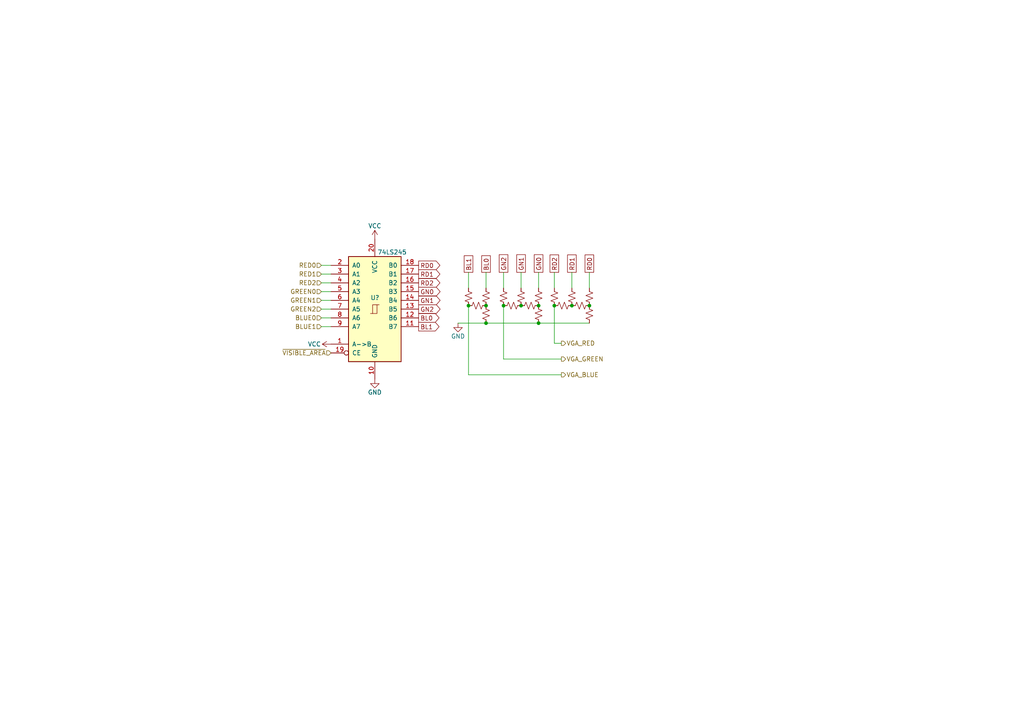
<source format=kicad_sch>
(kicad_sch (version 20211123) (generator eeschema)
  (paper "A4")
  (lib_symbols
    (symbol "74xx:74LS245" (pin_names (offset 1.016))
      (property "Reference" "U" (at -7.62 16.51 0))
      (property "Value" "74LS245" (at -7.62 -16.51 0))
      (symbol "74LS245_1_0"
        (polyline (pts (xy -0.635 -1.27) (xy -0.635 1.27) (xy 0.635 1.27)))
        (polyline (pts (xy -1.27 -1.27) (xy 0.635 -1.27) (xy 0.635 1.27) (xy 1.27 1.27)))
        (pin input line (at -12.7 -10.16 0) (length 5.08) (name "A->B") (number "1"))
        (pin power_in line (at 0 -20.32 90) (length 5.08) (name "GND") (number "10"))
        (pin tri_state line (at 12.7 -5.08 180) (length 5.08) (name "B7") (number "11"))
        (pin tri_state line (at 12.7 -2.54 180) (length 5.08) (name "B6") (number "12"))
        (pin tri_state line (at 12.7 0 180) (length 5.08) (name "B5") (number "13"))
        (pin tri_state line (at 12.7 2.54 180) (length 5.08) (name "B4") (number "14"))
        (pin tri_state line (at 12.7 5.08 180) (length 5.08) (name "B3") (number "15"))
        (pin tri_state line (at 12.7 7.62 180) (length 5.08) (name "B2") (number "16"))
        (pin tri_state line (at 12.7 10.16 180) (length 5.08) (name "B1") (number "17"))
        (pin tri_state line (at 12.7 12.7 180) (length 5.08) (name "B0") (number "18"))
        (pin input inverted (at -12.7 -12.7 0) (length 5.08) (name "CE") (number "19"))
        (pin tri_state line (at -12.7 12.7 0) (length 5.08) (name "A0") (number "2"))
        (pin power_in line (at 0 20.32 270) (length 5.08) (name "VCC") (number "20"))
        (pin tri_state line (at -12.7 10.16 0) (length 5.08) (name "A1") (number "3"))
        (pin tri_state line (at -12.7 7.62 0) (length 5.08) (name "A2") (number "4"))
        (pin tri_state line (at -12.7 5.08 0) (length 5.08) (name "A3") (number "5"))
        (pin tri_state line (at -12.7 2.54 0) (length 5.08) (name "A4") (number "6"))
        (pin tri_state line (at -12.7 0 0) (length 5.08) (name "A5") (number "7"))
        (pin tri_state line (at -12.7 -2.54 0) (length 5.08) (name "A6") (number "8"))
        (pin tri_state line (at -12.7 -5.08 0) (length 5.08) (name "A7") (number "9"))
      )
      (symbol "74LS245_1_1"
        (rectangle (start -7.62 15.24) (end 7.62 -15.24) (stroke (width 0.254)) (fill (type background)))
      )
    )
    (symbol "Device:R_Small_US" (pin_numbers hide) (pin_names (offset 0.254) hide)
      (property "Reference" "R" (at 0.762 0.508 0))
      (property "Value" "R_Small_US" (at 0.762 -1.016 0))
      (symbol "R_Small_US_1_1"
        (polyline (pts (xy 0 0) (xy 1.016 -0.381) (xy 0 -0.762) (xy -1.016 -1.143) (xy 0 -1.524)))
        (polyline (pts (xy 0 1.524) (xy 1.016 1.143) (xy 0 0.762) (xy -1.016 0.381) (xy 0 0)))
        (pin passive line (at 0 2.54 270) (length 1.016) (name "~") (number "1"))
        (pin passive line (at 0 -2.54 90) (length 1.016) (name "~") (number "2"))
      )
    )
    (symbol "power:GND" (power) (pin_names (offset 0))
      (property "Value" "GND" (at 0 -3.81 0))
      (symbol "GND_0_1"
        (polyline (pts (xy 0 0) (xy 0 -1.27) (xy 1.27 -1.27) (xy 0 -2.54) (xy -1.27 -1.27) (xy 0 -1.27)))
      )
      (symbol "GND_1_1"
        (pin power_in line (at 0 0 270) (length 0) hide (name "GND") (number "1"))
      )
    )
    (symbol "power:VCC" (power) (pin_names (offset 0))
      (property "Value" "VCC" (at 0 3.81 0))
      (symbol "VCC_0_1"
        (polyline (pts (xy -0.762 1.27) (xy 0 2.54)))
        (polyline (pts (xy 0 0) (xy 0 2.54)))
        (polyline (pts (xy 0 2.54) (xy 0.762 1.27)))
      )
      (symbol "VCC_1_1"
        (pin power_in line (at 0 0 90) (length 0) hide (name "VCC") (number "1"))
      )
    )
  )
  (junction (at 135.89 88.646))
  (junction (at 140.97 93.726))
  (junction (at 140.97 88.646))
  (junction (at 156.21 88.646))
  (junction (at 165.862 88.646))
  (junction (at 160.782 88.646))
  (junction (at 170.942 88.646))
  (junction (at 146.05 88.646))
  (junction (at 151.13 88.646))
  (junction (at 156.21 93.726))
  (wire (pts (xy 135.89 88.646) (xy 135.89 108.712)))
  (wire (pts (xy 160.782 99.568) (xy 160.782 88.646)))
  (wire (pts (xy 132.842 93.726) (xy 140.97 93.726)))
  (wire (pts (xy 162.814 104.14) (xy 146.05 104.14)))
  (wire (pts (xy 135.89 108.712) (xy 162.814 108.712)))
  (wire (pts (xy 146.05 104.14) (xy 146.05 88.646)))
  (wire (pts (xy 165.862 78.994) (xy 165.862 83.566)))
  (wire (pts (xy 156.21 93.726) (xy 170.942 93.726)))
  (wire (pts (xy 96.012 92.202) (xy 93.218 92.202)))
  (wire (pts (xy 135.89 78.994) (xy 135.89 83.566)))
  (wire (pts (xy 170.942 78.994) (xy 170.942 83.566)))
  (wire (pts (xy 140.97 93.726) (xy 156.21 93.726)))
  (wire (pts (xy 140.97 78.994) (xy 140.97 83.566)))
  (wire (pts (xy 156.21 78.994) (xy 156.21 83.566)))
  (wire (pts (xy 96.012 87.122) (xy 93.218 87.122)))
  (wire (pts (xy 96.012 82.042) (xy 93.218 82.042)))
  (wire (pts (xy 162.814 99.568) (xy 160.782 99.568)))
  (wire (pts (xy 96.012 89.662) (xy 93.218 89.662)))
  (wire (pts (xy 151.13 78.994) (xy 151.13 83.566)))
  (wire (pts (xy 160.782 78.994) (xy 160.782 83.566)))
  (wire (pts (xy 146.05 78.994) (xy 146.05 83.566)))
  (wire (pts (xy 96.012 79.502) (xy 93.218 79.502)))
  (wire (pts (xy 96.012 84.582) (xy 93.218 84.582)))
  (wire (pts (xy 96.012 76.962) (xy 93.218 76.962)))
  (wire (pts (xy 96.012 94.742) (xy 93.218 94.742)))
  (global_label "GN1" (shape passive) (at 151.13 78.994 90) (property "Intersheet References" "${INTERSHEET_REFS}" (effects hide)))
  (global_label "BL1" (shape passive) (at 135.89 78.994 90) (property "Intersheet References" "${INTERSHEET_REFS}" (effects hide)))
  (global_label "RD2" (shape output) (at 121.412 82.042 0) (property "Intersheet References" "${INTERSHEET_REFS}" (effects hide)))
  (global_label "RD0" (shape passive) (at 170.942 78.994 90) (property "Intersheet References" "${INTERSHEET_REFS}" (effects hide)))
  (global_label "RD1" (shape passive) (at 165.862 78.994 90) (property "Intersheet References" "${INTERSHEET_REFS}" (effects hide)))
  (global_label "RD0" (shape output) (at 121.412 76.962 0) (property "Intersheet References" "${INTERSHEET_REFS}" (effects hide)))
  (global_label "GN0" (shape output) (at 121.412 84.582 0) (property "Intersheet References" "${INTERSHEET_REFS}" (effects hide)))
  (global_label "RD1" (shape output) (at 121.412 79.502 0) (property "Intersheet References" "${INTERSHEET_REFS}" (effects hide)))
  (global_label "GN1" (shape output) (at 121.412 87.122 0) (property "Intersheet References" "${INTERSHEET_REFS}" (effects hide)))
  (global_label "GN2" (shape output) (at 121.412 89.662 0) (property "Intersheet References" "${INTERSHEET_REFS}" (effects hide)))
  (global_label "GN2" (shape passive) (at 146.05 78.994 90) (property "Intersheet References" "${INTERSHEET_REFS}" (effects hide)))
  (global_label "BL1" (shape output) (at 121.412 94.742 0) (property "Intersheet References" "${INTERSHEET_REFS}" (effects hide)))
  (global_label "BL0" (shape passive) (at 140.97 78.994 90) (property "Intersheet References" "${INTERSHEET_REFS}" (effects hide)))
  (global_label "RD2" (shape passive) (at 160.782 78.994 90) (property "Intersheet References" "${INTERSHEET_REFS}" (effects hide)))
  (global_label "GN0" (shape passive) (at 156.21 78.994 90) (property "Intersheet References" "${INTERSHEET_REFS}" (effects hide)))
  (global_label "BL0" (shape output) (at 121.412 92.202 0) (property "Intersheet References" "${INTERSHEET_REFS}" (effects hide)))
  (hierarchical_label "GREEN0" (shape input) (at 93.218 84.582 180))
  (hierarchical_label "BLUE0" (shape input) (at 93.218 92.202 180))
  (hierarchical_label "RED2" (shape input) (at 93.218 82.042 180))
  (hierarchical_label "GREEN2" (shape input) (at 93.218 89.662 180))
  (hierarchical_label "VGA_BLUE" (shape output) (at 162.814 108.712 0))
  (hierarchical_label "RED0" (shape input) (at 93.218 76.962 180))
  (hierarchical_label "VGA_GREEN" (shape output) (at 162.814 104.14 0))
  (hierarchical_label "GREEN1" (shape input) (at 93.218 87.122 180))
  (hierarchical_label "~{VISIBLE_AREA}" (shape input) (at 96.012 102.362 180))
  (hierarchical_label "VGA_RED" (shape output) (at 162.814 99.568 0))
  (hierarchical_label "RED1" (shape input) (at 93.218 79.502 180))
  (hierarchical_label "BLUE1" (shape input) (at 93.218 94.742 180))
  (symbol (lib_id "Device:R_Small_US") (at 140.97 91.186 0)
    (property "Reference" "R?" (effects hide))
    (property "Value" "R_Small_US" (effects hide))
    (property "Footprint" "Resistor_THT:R_Axial_DIN0207_L6.3mm_D2.5mm_P7.62mm_Horizontal" (effects hide))
  )
  (symbol (lib_id "Device:R_Small_US") (at 138.43 88.646 90)
    (property "Reference" "R?" (effects hide))
    (property "Value" "R_Small_US" (effects hide))
    (property "Footprint" "Resistor_THT:R_Axial_DIN0207_L6.3mm_D2.5mm_P7.62mm_Horizontal" (effects hide))
  )
  (symbol (lib_id "power:VCC") (at 96.012 99.822 90)
    (property "Reference" "#PWR?" (effects hide))
    (property "Value" "VCC" (at 91.186 99.822 90))
  )
  (symbol (lib_id "Device:R_Small_US") (at 146.05 86.106 0)
    (property "Reference" "R?" (effects hide))
    (property "Value" "R_Small_US" (effects hide))
    (property "Footprint" "Resistor_THT:R_Axial_DIN0207_L6.3mm_D2.5mm_P7.62mm_Horizontal" (effects hide))
  )
  (symbol (lib_id "power:GND") (at 132.842 93.726 0)
    (property "Reference" "#PWR?" (effects hide))
    (property "Value" "GND" (at 132.842 97.536 0))
  )
  (symbol (lib_id "Device:R_Small_US") (at 170.942 91.186 0)
    (property "Reference" "R?" (effects hide))
    (property "Value" "R_Small_US" (effects hide))
    (property "Footprint" "Resistor_THT:R_Axial_DIN0207_L6.3mm_D2.5mm_P7.62mm_Horizontal" (effects hide))
  )
  (symbol (lib_id "Device:R_Small_US") (at 165.862 86.106 0)
    (property "Reference" "R?" (effects hide))
    (property "Value" "R_Small_US" (effects hide))
    (property "Footprint" "Resistor_THT:R_Axial_DIN0207_L6.3mm_D2.5mm_P7.62mm_Horizontal" (effects hide))
  )
  (symbol (lib_id "power:VCC") (at 108.712 69.342 0)
    (property "Reference" "#PWR?" (effects hide))
    (property "Value" "VCC" (at 108.712 65.532 0))
  )
  (symbol (lib_id "Device:R_Small_US") (at 148.59 88.646 90)
    (property "Reference" "R?" (effects hide))
    (property "Value" "R_Small_US" (effects hide))
    (property "Footprint" "Resistor_THT:R_Axial_DIN0207_L6.3mm_D2.5mm_P7.62mm_Horizontal" (effects hide))
  )
  (symbol (lib_id "Device:R_Small_US") (at 156.21 86.106 0)
    (property "Reference" "R?" (effects hide))
    (property "Value" "R_Small_US" (effects hide))
    (property "Footprint" "Resistor_THT:R_Axial_DIN0207_L6.3mm_D2.5mm_P7.62mm_Horizontal" (effects hide))
  )
  (symbol (lib_id "Device:R_Small_US") (at 168.402 88.646 90)
    (property "Reference" "R?" (effects hide))
    (property "Value" "R_Small_US" (effects hide))
    (property "Footprint" "Resistor_THT:R_Axial_DIN0207_L6.3mm_D2.5mm_P7.62mm_Horizontal" (effects hide))
  )
  (symbol (lib_id "Device:R_Small_US") (at 160.782 86.106 0)
    (property "Reference" "R?" (effects hide))
    (property "Value" "R_Small_US" (effects hide))
    (property "Footprint" "Resistor_THT:R_Axial_DIN0207_L6.3mm_D2.5mm_P7.62mm_Horizontal" (effects hide))
  )
  (symbol (lib_id "Device:R_Small_US") (at 140.97 86.106 0)
    (property "Reference" "R?" (effects hide))
    (property "Value" "R_Small_US" (effects hide))
    (property "Footprint" "Resistor_THT:R_Axial_DIN0207_L6.3mm_D2.5mm_P7.62mm_Horizontal" (effects hide))
  )
  (symbol (lib_id "Device:R_Small_US") (at 151.13 86.106 0)
    (property "Reference" "R?" (effects hide))
    (property "Value" "R_Small_US" (effects hide))
    (property "Footprint" "Resistor_THT:R_Axial_DIN0207_L6.3mm_D2.5mm_P7.62mm_Horizontal" (effects hide))
  )
  (symbol (lib_id "Device:R_Small_US") (at 135.89 86.106 0)
    (property "Reference" "R?" (effects hide))
    (property "Value" "R_Small_US" (effects hide))
    (property "Footprint" "Resistor_THT:R_Axial_DIN0207_L6.3mm_D2.5mm_P7.62mm_Horizontal" (effects hide))
  )
  (symbol (lib_id "Device:R_Small_US") (at 153.67 88.646 90)
    (property "Reference" "R?" (effects hide))
    (property "Value" "R_Small_US" (effects hide))
    (property "Footprint" "Resistor_THT:R_Axial_DIN0207_L6.3mm_D2.5mm_P7.62mm_Horizontal" (effects hide))
  )
  (symbol (lib_id "Device:R_Small_US") (at 163.322 88.646 90)
    (property "Reference" "R?" (effects hide))
    (property "Value" "R_Small_US" (effects hide))
    (property "Footprint" "Resistor_THT:R_Axial_DIN0207_L6.3mm_D2.5mm_P7.62mm_Horizontal" (effects hide))
  )
  (symbol (lib_id "74xx:74LS245") (at 108.712 89.662 0)
    (property "Reference" "U?" (at 107.442 86.36 0) (effects (justify left)))
    (property "Value" "74LS245" (at 109.474 73.152 0) (effects (justify left)))
    (property "Footprint" "Package_DIP:DIP-20_W7.62mm" (effects hide))
    (property "Datasheet" "http://www.ti.com/lit/gpn/sn74LS245" (effects hide))
  )
  (symbol (lib_id "Device:R_Small_US") (at 156.21 91.186 0)
    (property "Reference" "R?" (effects hide))
    (property "Value" "R_Small_US" (effects hide))
    (property "Footprint" "Resistor_THT:R_Axial_DIN0207_L6.3mm_D2.5mm_P7.62mm_Horizontal" (effects hide))
  )
  (symbol (lib_id "power:GND") (at 108.712 109.982 0)
    (property "Reference" "#PWR?" (effects hide))
    (property "Value" "GND" (at 108.712 113.792 0))
  )
  (symbol (lib_id "Device:R_Small_US") (at 170.942 86.106 0)
    (property "Reference" "R?" (effects hide))
    (property "Value" "R_Small_US" (effects hide))
    (property "Footprint" "Resistor_THT:R_Axial_DIN0207_L6.3mm_D2.5mm_P7.62mm_Horizontal" (effects hide))
  )
)
</source>
